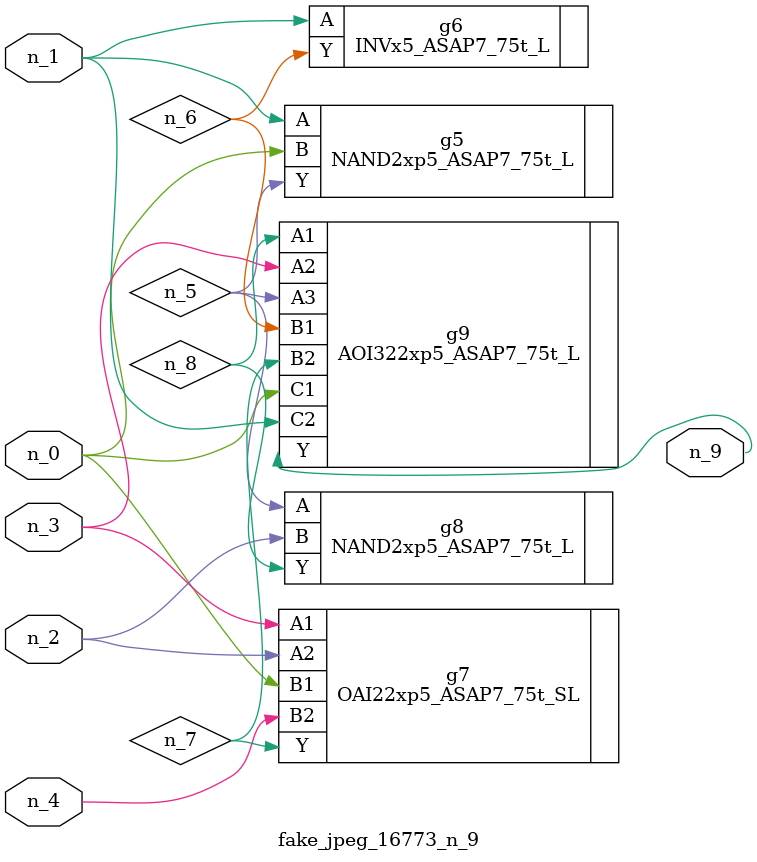
<source format=v>
module fake_jpeg_16773_n_9 (n_3, n_2, n_1, n_0, n_4, n_9);

input n_3;
input n_2;
input n_1;
input n_0;
input n_4;

output n_9;

wire n_8;
wire n_6;
wire n_5;
wire n_7;

NAND2xp5_ASAP7_75t_L g5 ( 
.A(n_1),
.B(n_0),
.Y(n_5)
);

INVx5_ASAP7_75t_L g6 ( 
.A(n_1),
.Y(n_6)
);

OAI22xp5_ASAP7_75t_SL g7 ( 
.A1(n_3),
.A2(n_2),
.B1(n_0),
.B2(n_4),
.Y(n_7)
);

NAND2xp5_ASAP7_75t_L g8 ( 
.A(n_5),
.B(n_2),
.Y(n_8)
);

AOI322xp5_ASAP7_75t_L g9 ( 
.A1(n_8),
.A2(n_3),
.A3(n_5),
.B1(n_6),
.B2(n_7),
.C1(n_0),
.C2(n_1),
.Y(n_9)
);


endmodule
</source>
